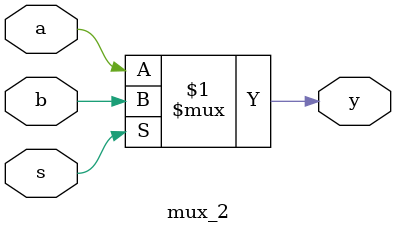
<source format=v>
`timescale 1ns / 1ps


module mux_2 (
    input a,
    input b,
    input s,
    output y
);
    assign y = s ? b : a;
endmodule

</source>
